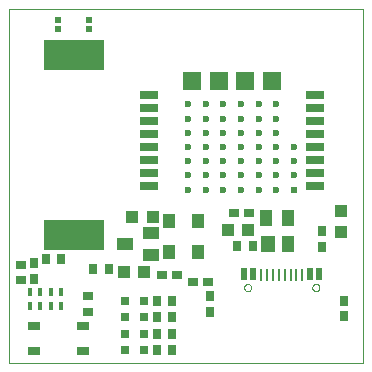
<source format=gtp>
G75*
%MOIN*%
%OFA0B0*%
%FSLAX25Y25*%
%IPPOS*%
%LPD*%
%AMOC8*
5,1,8,0,0,1.08239X$1,22.5*
%
%ADD10C,0.00000*%
%ADD11R,0.05906X0.02756*%
%ADD12C,0.02362*%
%ADD13R,0.02362X0.02362*%
%ADD14R,0.05906X0.05906*%
%ADD15R,0.04252X0.04134*%
%ADD16R,0.02165X0.02165*%
%ADD17R,0.04134X0.02559*%
%ADD18R,0.03642X0.02913*%
%ADD19R,0.02913X0.03642*%
%ADD20R,0.04134X0.04252*%
%ADD21R,0.03937X0.05669*%
%ADD22R,0.04724X0.05669*%
%ADD23R,0.02756X0.03543*%
%ADD24R,0.03150X0.03150*%
%ADD25R,0.03937X0.04724*%
%ADD26R,0.20000X0.10000*%
%ADD27R,0.02165X0.03937*%
%ADD28R,0.00984X0.04331*%
%ADD29R,0.01772X0.02953*%
%ADD30R,0.03543X0.02756*%
%ADD31R,0.05512X0.03937*%
D10*
X0018501Y0009674D02*
X0018501Y0127784D01*
X0136611Y0127784D01*
X0136611Y0009674D01*
X0018501Y0009674D01*
X0096887Y0034871D02*
X0096889Y0034940D01*
X0096895Y0035008D01*
X0096905Y0035076D01*
X0096919Y0035143D01*
X0096937Y0035210D01*
X0096958Y0035275D01*
X0096984Y0035339D01*
X0097013Y0035401D01*
X0097045Y0035461D01*
X0097081Y0035520D01*
X0097121Y0035576D01*
X0097163Y0035630D01*
X0097209Y0035681D01*
X0097258Y0035730D01*
X0097309Y0035776D01*
X0097363Y0035818D01*
X0097419Y0035858D01*
X0097477Y0035894D01*
X0097538Y0035926D01*
X0097600Y0035955D01*
X0097664Y0035981D01*
X0097729Y0036002D01*
X0097796Y0036020D01*
X0097863Y0036034D01*
X0097931Y0036044D01*
X0097999Y0036050D01*
X0098068Y0036052D01*
X0098137Y0036050D01*
X0098205Y0036044D01*
X0098273Y0036034D01*
X0098340Y0036020D01*
X0098407Y0036002D01*
X0098472Y0035981D01*
X0098536Y0035955D01*
X0098598Y0035926D01*
X0098658Y0035894D01*
X0098717Y0035858D01*
X0098773Y0035818D01*
X0098827Y0035776D01*
X0098878Y0035730D01*
X0098927Y0035681D01*
X0098973Y0035630D01*
X0099015Y0035576D01*
X0099055Y0035520D01*
X0099091Y0035461D01*
X0099123Y0035401D01*
X0099152Y0035339D01*
X0099178Y0035275D01*
X0099199Y0035210D01*
X0099217Y0035143D01*
X0099231Y0035076D01*
X0099241Y0035008D01*
X0099247Y0034940D01*
X0099249Y0034871D01*
X0099247Y0034802D01*
X0099241Y0034734D01*
X0099231Y0034666D01*
X0099217Y0034599D01*
X0099199Y0034532D01*
X0099178Y0034467D01*
X0099152Y0034403D01*
X0099123Y0034341D01*
X0099091Y0034280D01*
X0099055Y0034222D01*
X0099015Y0034166D01*
X0098973Y0034112D01*
X0098927Y0034061D01*
X0098878Y0034012D01*
X0098827Y0033966D01*
X0098773Y0033924D01*
X0098717Y0033884D01*
X0098659Y0033848D01*
X0098598Y0033816D01*
X0098536Y0033787D01*
X0098472Y0033761D01*
X0098407Y0033740D01*
X0098340Y0033722D01*
X0098273Y0033708D01*
X0098205Y0033698D01*
X0098137Y0033692D01*
X0098068Y0033690D01*
X0097999Y0033692D01*
X0097931Y0033698D01*
X0097863Y0033708D01*
X0097796Y0033722D01*
X0097729Y0033740D01*
X0097664Y0033761D01*
X0097600Y0033787D01*
X0097538Y0033816D01*
X0097477Y0033848D01*
X0097419Y0033884D01*
X0097363Y0033924D01*
X0097309Y0033966D01*
X0097258Y0034012D01*
X0097209Y0034061D01*
X0097163Y0034112D01*
X0097121Y0034166D01*
X0097081Y0034222D01*
X0097045Y0034280D01*
X0097013Y0034341D01*
X0096984Y0034403D01*
X0096958Y0034467D01*
X0096937Y0034532D01*
X0096919Y0034599D01*
X0096905Y0034666D01*
X0096895Y0034734D01*
X0096889Y0034802D01*
X0096887Y0034871D01*
X0119642Y0034871D02*
X0119644Y0034940D01*
X0119650Y0035008D01*
X0119660Y0035076D01*
X0119674Y0035143D01*
X0119692Y0035210D01*
X0119713Y0035275D01*
X0119739Y0035339D01*
X0119768Y0035401D01*
X0119800Y0035461D01*
X0119836Y0035520D01*
X0119876Y0035576D01*
X0119918Y0035630D01*
X0119964Y0035681D01*
X0120013Y0035730D01*
X0120064Y0035776D01*
X0120118Y0035818D01*
X0120174Y0035858D01*
X0120232Y0035894D01*
X0120293Y0035926D01*
X0120355Y0035955D01*
X0120419Y0035981D01*
X0120484Y0036002D01*
X0120551Y0036020D01*
X0120618Y0036034D01*
X0120686Y0036044D01*
X0120754Y0036050D01*
X0120823Y0036052D01*
X0120892Y0036050D01*
X0120960Y0036044D01*
X0121028Y0036034D01*
X0121095Y0036020D01*
X0121162Y0036002D01*
X0121227Y0035981D01*
X0121291Y0035955D01*
X0121353Y0035926D01*
X0121413Y0035894D01*
X0121472Y0035858D01*
X0121528Y0035818D01*
X0121582Y0035776D01*
X0121633Y0035730D01*
X0121682Y0035681D01*
X0121728Y0035630D01*
X0121770Y0035576D01*
X0121810Y0035520D01*
X0121846Y0035461D01*
X0121878Y0035401D01*
X0121907Y0035339D01*
X0121933Y0035275D01*
X0121954Y0035210D01*
X0121972Y0035143D01*
X0121986Y0035076D01*
X0121996Y0035008D01*
X0122002Y0034940D01*
X0122004Y0034871D01*
X0122002Y0034802D01*
X0121996Y0034734D01*
X0121986Y0034666D01*
X0121972Y0034599D01*
X0121954Y0034532D01*
X0121933Y0034467D01*
X0121907Y0034403D01*
X0121878Y0034341D01*
X0121846Y0034280D01*
X0121810Y0034222D01*
X0121770Y0034166D01*
X0121728Y0034112D01*
X0121682Y0034061D01*
X0121633Y0034012D01*
X0121582Y0033966D01*
X0121528Y0033924D01*
X0121472Y0033884D01*
X0121414Y0033848D01*
X0121353Y0033816D01*
X0121291Y0033787D01*
X0121227Y0033761D01*
X0121162Y0033740D01*
X0121095Y0033722D01*
X0121028Y0033708D01*
X0120960Y0033698D01*
X0120892Y0033692D01*
X0120823Y0033690D01*
X0120754Y0033692D01*
X0120686Y0033698D01*
X0120618Y0033708D01*
X0120551Y0033722D01*
X0120484Y0033740D01*
X0120419Y0033761D01*
X0120355Y0033787D01*
X0120293Y0033816D01*
X0120232Y0033848D01*
X0120174Y0033884D01*
X0120118Y0033924D01*
X0120064Y0033966D01*
X0120013Y0034012D01*
X0119964Y0034061D01*
X0119918Y0034112D01*
X0119876Y0034166D01*
X0119836Y0034222D01*
X0119800Y0034280D01*
X0119768Y0034341D01*
X0119739Y0034403D01*
X0119713Y0034467D01*
X0119692Y0034532D01*
X0119674Y0034599D01*
X0119660Y0034666D01*
X0119650Y0034734D01*
X0119644Y0034802D01*
X0119642Y0034871D01*
D11*
X0120469Y0068729D03*
X0120469Y0073060D03*
X0120469Y0077391D03*
X0120469Y0081721D03*
X0120469Y0086052D03*
X0120469Y0090383D03*
X0120469Y0094713D03*
X0120469Y0099044D03*
X0065351Y0099044D03*
X0065351Y0094713D03*
X0065351Y0090383D03*
X0065351Y0086052D03*
X0065351Y0081721D03*
X0065351Y0077391D03*
X0065351Y0073060D03*
X0065351Y0068729D03*
D12*
X0078146Y0067548D03*
X0078146Y0072272D03*
X0078146Y0076997D03*
X0078146Y0081721D03*
X0078146Y0086446D03*
X0078146Y0091170D03*
X0078146Y0095894D03*
X0084052Y0095894D03*
X0084052Y0091170D03*
X0084052Y0086446D03*
X0084052Y0081721D03*
X0084052Y0076997D03*
X0084052Y0072272D03*
X0084052Y0067548D03*
X0089957Y0067548D03*
X0089957Y0072272D03*
X0089957Y0076997D03*
X0089957Y0081721D03*
X0089957Y0086446D03*
X0089957Y0091170D03*
X0089957Y0095894D03*
X0095863Y0095894D03*
X0095863Y0091170D03*
X0095863Y0086446D03*
X0095863Y0081721D03*
X0095863Y0076997D03*
X0095863Y0072272D03*
X0095863Y0067548D03*
X0101768Y0067548D03*
X0101768Y0072272D03*
X0101768Y0076997D03*
X0101768Y0081721D03*
X0101768Y0086446D03*
X0101768Y0091170D03*
X0101768Y0095894D03*
X0107674Y0095894D03*
X0107674Y0091170D03*
X0107674Y0086446D03*
X0107674Y0081721D03*
X0107674Y0076997D03*
X0107674Y0072272D03*
X0107674Y0067548D03*
X0113579Y0072272D03*
X0113579Y0076997D03*
X0113579Y0081721D03*
D13*
X0113579Y0067548D03*
D14*
X0106198Y0103769D03*
X0097339Y0103769D03*
X0088481Y0103769D03*
X0079623Y0103769D03*
D15*
X0129131Y0060363D03*
X0129131Y0053473D03*
D16*
X0045371Y0121190D03*
X0045371Y0124143D03*
X0034938Y0124143D03*
X0034938Y0121190D03*
D17*
X0026867Y0022174D03*
X0026867Y0013709D03*
X0043205Y0013709D03*
X0043205Y0022174D03*
D18*
X0069485Y0039202D03*
X0074603Y0039202D03*
X0079721Y0036839D03*
X0084839Y0036839D03*
X0093501Y0059674D03*
X0098619Y0059674D03*
D19*
X0122831Y0053572D03*
X0122831Y0048454D03*
X0130312Y0030343D03*
X0130312Y0025225D03*
X0085430Y0026800D03*
X0085430Y0031918D03*
X0026768Y0037824D03*
X0026768Y0042942D03*
D20*
X0056788Y0039989D03*
X0063678Y0039989D03*
X0066434Y0058493D03*
X0059544Y0058493D03*
X0091434Y0054162D03*
X0098323Y0054162D03*
D21*
X0104131Y0058099D03*
X0111611Y0058099D03*
X0111611Y0049438D03*
D22*
X0104918Y0049438D03*
D23*
X0099800Y0048650D03*
X0094682Y0048650D03*
X0073028Y0030540D03*
X0067910Y0030540D03*
X0067910Y0025028D03*
X0073028Y0025028D03*
X0073028Y0019517D03*
X0067910Y0019517D03*
X0067910Y0014005D03*
X0073028Y0014005D03*
X0051768Y0041170D03*
X0046650Y0041170D03*
X0036020Y0044320D03*
X0030902Y0044320D03*
D24*
X0057083Y0030540D03*
X0057083Y0025028D03*
X0057083Y0019517D03*
X0057083Y0014005D03*
X0063383Y0014005D03*
X0063383Y0019517D03*
X0063383Y0025028D03*
X0063383Y0030540D03*
D25*
X0072044Y0046682D03*
X0081493Y0046682D03*
X0081493Y0056918D03*
X0072044Y0056918D03*
D26*
X0040154Y0052509D03*
X0040154Y0112509D03*
D27*
X0096847Y0039300D03*
X0099997Y0039300D03*
X0118894Y0039300D03*
X0122044Y0039300D03*
D28*
X0116335Y0039103D03*
X0114367Y0039103D03*
X0112398Y0039103D03*
X0110430Y0039103D03*
X0108461Y0039103D03*
X0106493Y0039103D03*
X0104524Y0039103D03*
X0102556Y0039103D03*
D29*
X0036020Y0033296D03*
X0032477Y0033296D03*
X0028934Y0033296D03*
X0025390Y0033296D03*
X0025390Y0028572D03*
X0028934Y0028572D03*
X0032477Y0028572D03*
X0036020Y0028572D03*
D30*
X0044879Y0026800D03*
X0044879Y0031918D03*
X0022438Y0037430D03*
X0022438Y0042548D03*
D31*
X0057083Y0049438D03*
X0065745Y0053178D03*
X0065745Y0045698D03*
M02*

</source>
